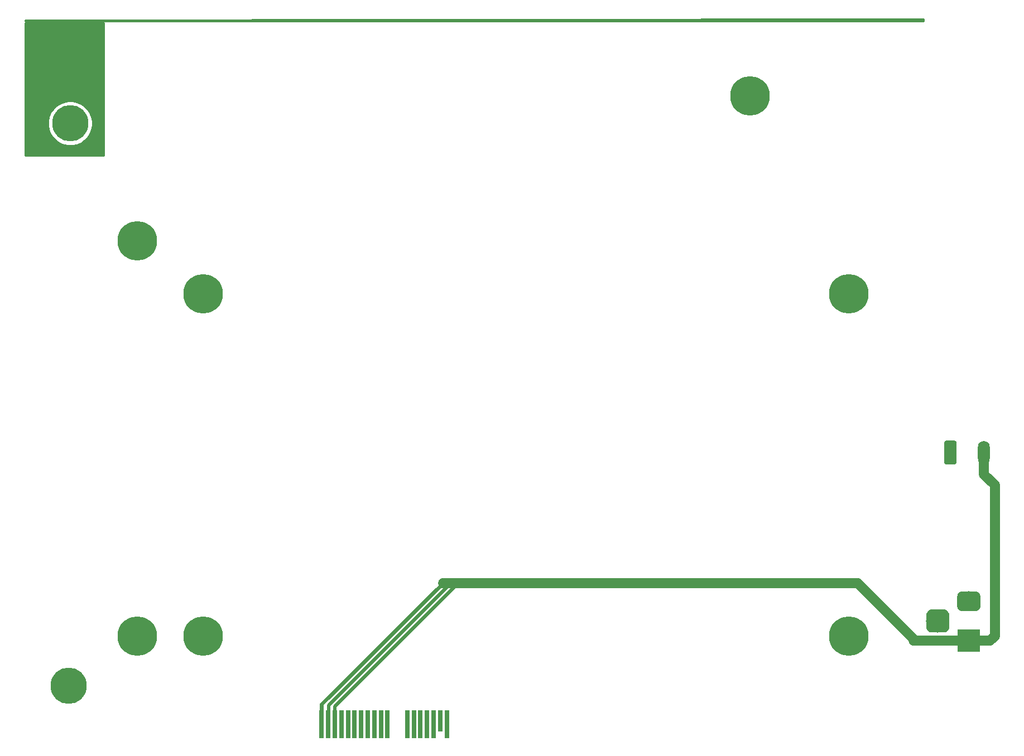
<source format=gbr>
G04 #@! TF.GenerationSoftware,KiCad,Pcbnew,(5.1.2)-2*
G04 #@! TF.CreationDate,2019-10-19T13:37:04+08:00*
G04 #@! TF.ProjectId,BrainPower,42726169-6e50-46f7-9765-722e6b696361,rev?*
G04 #@! TF.SameCoordinates,Original*
G04 #@! TF.FileFunction,Copper,L1,Top*
G04 #@! TF.FilePolarity,Positive*
%FSLAX46Y46*%
G04 Gerber Fmt 4.6, Leading zero omitted, Abs format (unit mm)*
G04 Created by KiCad (PCBNEW (5.1.2)-2) date 2019-10-19 13:37:04*
%MOMM*%
%LPD*%
G04 APERTURE LIST*
%ADD10C,6.000000*%
%ADD11O,1.800000X3.600000*%
%ADD12C,0.100000*%
%ADD13C,1.800000*%
%ADD14C,3.500000*%
%ADD15C,3.000000*%
%ADD16R,3.500000X3.500000*%
%ADD17C,5.500000*%
%ADD18R,0.700000X4.200000*%
%ADD19R,0.700000X3.200000*%
%ADD20C,0.254000*%
%ADD21C,1.500000*%
%ADD22C,0.600000*%
%ADD23C,0.500000*%
G04 APERTURE END LIST*
D10*
X199000000Y-139000000D03*
X101000000Y-139000000D03*
X199000000Y-87000000D03*
X101000000Y-87000000D03*
X184000000Y-57000000D03*
X91000000Y-79000000D03*
X199000000Y-139000000D03*
X91000000Y-139000000D03*
D11*
X219456000Y-111125000D03*
D12*
G36*
X215050504Y-109326204D02*
G01*
X215074773Y-109329804D01*
X215098571Y-109335765D01*
X215121671Y-109344030D01*
X215143849Y-109354520D01*
X215164893Y-109367133D01*
X215184598Y-109381747D01*
X215202777Y-109398223D01*
X215219253Y-109416402D01*
X215233867Y-109436107D01*
X215246480Y-109457151D01*
X215256970Y-109479329D01*
X215265235Y-109502429D01*
X215271196Y-109526227D01*
X215274796Y-109550496D01*
X215276000Y-109575000D01*
X215276000Y-112675000D01*
X215274796Y-112699504D01*
X215271196Y-112723773D01*
X215265235Y-112747571D01*
X215256970Y-112770671D01*
X215246480Y-112792849D01*
X215233867Y-112813893D01*
X215219253Y-112833598D01*
X215202777Y-112851777D01*
X215184598Y-112868253D01*
X215164893Y-112882867D01*
X215143849Y-112895480D01*
X215121671Y-112905970D01*
X215098571Y-112914235D01*
X215074773Y-112920196D01*
X215050504Y-112923796D01*
X215026000Y-112925000D01*
X213726000Y-112925000D01*
X213701496Y-112923796D01*
X213677227Y-112920196D01*
X213653429Y-112914235D01*
X213630329Y-112905970D01*
X213608151Y-112895480D01*
X213587107Y-112882867D01*
X213567402Y-112868253D01*
X213549223Y-112851777D01*
X213532747Y-112833598D01*
X213518133Y-112813893D01*
X213505520Y-112792849D01*
X213495030Y-112770671D01*
X213486765Y-112747571D01*
X213480804Y-112723773D01*
X213477204Y-112699504D01*
X213476000Y-112675000D01*
X213476000Y-109575000D01*
X213477204Y-109550496D01*
X213480804Y-109526227D01*
X213486765Y-109502429D01*
X213495030Y-109479329D01*
X213505520Y-109457151D01*
X213518133Y-109436107D01*
X213532747Y-109416402D01*
X213549223Y-109398223D01*
X213567402Y-109381747D01*
X213587107Y-109367133D01*
X213608151Y-109354520D01*
X213630329Y-109344030D01*
X213653429Y-109335765D01*
X213677227Y-109329804D01*
X213701496Y-109326204D01*
X213726000Y-109325000D01*
X215026000Y-109325000D01*
X215050504Y-109326204D01*
X215050504Y-109326204D01*
G37*
D13*
X214376000Y-111125000D03*
D12*
G36*
X213430765Y-134954213D02*
G01*
X213515704Y-134966813D01*
X213598999Y-134987677D01*
X213679848Y-135016605D01*
X213757472Y-135053319D01*
X213831124Y-135097464D01*
X213900094Y-135148616D01*
X213963718Y-135206282D01*
X214021384Y-135269906D01*
X214072536Y-135338876D01*
X214116681Y-135412528D01*
X214153395Y-135490152D01*
X214182323Y-135571001D01*
X214203187Y-135654296D01*
X214215787Y-135739235D01*
X214220000Y-135825000D01*
X214220000Y-137575000D01*
X214215787Y-137660765D01*
X214203187Y-137745704D01*
X214182323Y-137828999D01*
X214153395Y-137909848D01*
X214116681Y-137987472D01*
X214072536Y-138061124D01*
X214021384Y-138130094D01*
X213963718Y-138193718D01*
X213900094Y-138251384D01*
X213831124Y-138302536D01*
X213757472Y-138346681D01*
X213679848Y-138383395D01*
X213598999Y-138412323D01*
X213515704Y-138433187D01*
X213430765Y-138445787D01*
X213345000Y-138450000D01*
X211595000Y-138450000D01*
X211509235Y-138445787D01*
X211424296Y-138433187D01*
X211341001Y-138412323D01*
X211260152Y-138383395D01*
X211182528Y-138346681D01*
X211108876Y-138302536D01*
X211039906Y-138251384D01*
X210976282Y-138193718D01*
X210918616Y-138130094D01*
X210867464Y-138061124D01*
X210823319Y-137987472D01*
X210786605Y-137909848D01*
X210757677Y-137828999D01*
X210736813Y-137745704D01*
X210724213Y-137660765D01*
X210720000Y-137575000D01*
X210720000Y-135825000D01*
X210724213Y-135739235D01*
X210736813Y-135654296D01*
X210757677Y-135571001D01*
X210786605Y-135490152D01*
X210823319Y-135412528D01*
X210867464Y-135338876D01*
X210918616Y-135269906D01*
X210976282Y-135206282D01*
X211039906Y-135148616D01*
X211108876Y-135097464D01*
X211182528Y-135053319D01*
X211260152Y-135016605D01*
X211341001Y-134987677D01*
X211424296Y-134966813D01*
X211509235Y-134954213D01*
X211595000Y-134950000D01*
X213345000Y-134950000D01*
X213430765Y-134954213D01*
X213430765Y-134954213D01*
G37*
D14*
X212470000Y-136700000D03*
D12*
G36*
X218243513Y-132203611D02*
G01*
X218316318Y-132214411D01*
X218387714Y-132232295D01*
X218457013Y-132257090D01*
X218523548Y-132288559D01*
X218586678Y-132326398D01*
X218645795Y-132370242D01*
X218700330Y-132419670D01*
X218749758Y-132474205D01*
X218793602Y-132533322D01*
X218831441Y-132596452D01*
X218862910Y-132662987D01*
X218887705Y-132732286D01*
X218905589Y-132803682D01*
X218916389Y-132876487D01*
X218920000Y-132950000D01*
X218920000Y-134450000D01*
X218916389Y-134523513D01*
X218905589Y-134596318D01*
X218887705Y-134667714D01*
X218862910Y-134737013D01*
X218831441Y-134803548D01*
X218793602Y-134866678D01*
X218749758Y-134925795D01*
X218700330Y-134980330D01*
X218645795Y-135029758D01*
X218586678Y-135073602D01*
X218523548Y-135111441D01*
X218457013Y-135142910D01*
X218387714Y-135167705D01*
X218316318Y-135185589D01*
X218243513Y-135196389D01*
X218170000Y-135200000D01*
X216170000Y-135200000D01*
X216096487Y-135196389D01*
X216023682Y-135185589D01*
X215952286Y-135167705D01*
X215882987Y-135142910D01*
X215816452Y-135111441D01*
X215753322Y-135073602D01*
X215694205Y-135029758D01*
X215639670Y-134980330D01*
X215590242Y-134925795D01*
X215546398Y-134866678D01*
X215508559Y-134803548D01*
X215477090Y-134737013D01*
X215452295Y-134667714D01*
X215434411Y-134596318D01*
X215423611Y-134523513D01*
X215420000Y-134450000D01*
X215420000Y-132950000D01*
X215423611Y-132876487D01*
X215434411Y-132803682D01*
X215452295Y-132732286D01*
X215477090Y-132662987D01*
X215508559Y-132596452D01*
X215546398Y-132533322D01*
X215590242Y-132474205D01*
X215639670Y-132419670D01*
X215694205Y-132370242D01*
X215753322Y-132326398D01*
X215816452Y-132288559D01*
X215882987Y-132257090D01*
X215952286Y-132232295D01*
X216023682Y-132214411D01*
X216096487Y-132203611D01*
X216170000Y-132200000D01*
X218170000Y-132200000D01*
X218243513Y-132203611D01*
X218243513Y-132203611D01*
G37*
D15*
X217170000Y-133700000D03*
D16*
X217170000Y-139700000D03*
D17*
X80822800Y-61137800D03*
X80568800Y-146507200D03*
D18*
X131980000Y-152379600D03*
X134980000Y-152379600D03*
X135980000Y-152379600D03*
X133980000Y-152379600D03*
X137980000Y-152379600D03*
X132980000Y-152379600D03*
X128980000Y-152379600D03*
D19*
X136980000Y-151879600D03*
D18*
X127980000Y-152379600D03*
X124980000Y-152379600D03*
X122980000Y-152379600D03*
X121980000Y-152379600D03*
X125980000Y-152379600D03*
X120980000Y-152379600D03*
X123980000Y-152379600D03*
X126980000Y-152379600D03*
X119980000Y-152379600D03*
X118980000Y-152379600D03*
D20*
X118980000Y-150629600D02*
X118980000Y-152379600D01*
D21*
X219456000Y-114425000D02*
X221107000Y-116076000D01*
X219456000Y-111125000D02*
X219456000Y-114425000D01*
X220420000Y-139700000D02*
X217170000Y-139700000D01*
X221107000Y-139013000D02*
X220420000Y-139700000D01*
X221107000Y-116076000D02*
X221107000Y-139013000D01*
X217170000Y-139700000D02*
X211062678Y-139700000D01*
X211062678Y-139700000D02*
X209042000Y-139700000D01*
X209042000Y-139700000D02*
X208788000Y-139700000D01*
X209042000Y-139700000D02*
X200279000Y-130937000D01*
D22*
X118980000Y-149371000D02*
X137414000Y-130937000D01*
X118980000Y-152379600D02*
X118980000Y-149371000D01*
D23*
X120015000Y-149479000D02*
X138557000Y-130937000D01*
X120015000Y-150594600D02*
X120015000Y-149479000D01*
X119980000Y-150629600D02*
X120015000Y-150594600D01*
X119980000Y-152379600D02*
X119980000Y-150629600D01*
D21*
X138557000Y-130937000D02*
X137414000Y-130937000D01*
D23*
X120980000Y-149657000D02*
X139700000Y-130937000D01*
X120980000Y-152379600D02*
X120980000Y-149657000D01*
D21*
X200279000Y-130937000D02*
X139700000Y-130937000D01*
X139700000Y-130937000D02*
X138557000Y-130937000D01*
D20*
G36*
X210353000Y-45602600D02*
G01*
X74015000Y-45602600D01*
X74015000Y-45413879D01*
X210353000Y-45270561D01*
X210353000Y-45602600D01*
X210353000Y-45602600D01*
G37*
X210353000Y-45602600D02*
X74015000Y-45602600D01*
X74015000Y-45413879D01*
X210353000Y-45270561D01*
X210353000Y-45602600D01*
G36*
X85903000Y-66052600D02*
G01*
X74015000Y-66052600D01*
X74015000Y-60804407D01*
X77437800Y-60804407D01*
X77437800Y-61471193D01*
X77567883Y-62125168D01*
X77823052Y-62741199D01*
X78193498Y-63295612D01*
X78664988Y-63767102D01*
X79219401Y-64137548D01*
X79835432Y-64392717D01*
X80489407Y-64522800D01*
X81156193Y-64522800D01*
X81810168Y-64392717D01*
X82426199Y-64137548D01*
X82980612Y-63767102D01*
X83452102Y-63295612D01*
X83822548Y-62741199D01*
X84077717Y-62125168D01*
X84207800Y-61471193D01*
X84207800Y-60804407D01*
X84077717Y-60150432D01*
X83822548Y-59534401D01*
X83452102Y-58979988D01*
X82980612Y-58508498D01*
X82426199Y-58138052D01*
X81810168Y-57882883D01*
X81156193Y-57752800D01*
X80489407Y-57752800D01*
X79835432Y-57882883D01*
X79219401Y-58138052D01*
X78664988Y-58508498D01*
X78193498Y-58979988D01*
X77823052Y-59534401D01*
X77567883Y-60150432D01*
X77437800Y-60804407D01*
X74015000Y-60804407D01*
X74015000Y-45856600D01*
X85903000Y-45856600D01*
X85903000Y-66052600D01*
X85903000Y-66052600D01*
G37*
X85903000Y-66052600D02*
X74015000Y-66052600D01*
X74015000Y-60804407D01*
X77437800Y-60804407D01*
X77437800Y-61471193D01*
X77567883Y-62125168D01*
X77823052Y-62741199D01*
X78193498Y-63295612D01*
X78664988Y-63767102D01*
X79219401Y-64137548D01*
X79835432Y-64392717D01*
X80489407Y-64522800D01*
X81156193Y-64522800D01*
X81810168Y-64392717D01*
X82426199Y-64137548D01*
X82980612Y-63767102D01*
X83452102Y-63295612D01*
X83822548Y-62741199D01*
X84077717Y-62125168D01*
X84207800Y-61471193D01*
X84207800Y-60804407D01*
X84077717Y-60150432D01*
X83822548Y-59534401D01*
X83452102Y-58979988D01*
X82980612Y-58508498D01*
X82426199Y-58138052D01*
X81810168Y-57882883D01*
X81156193Y-57752800D01*
X80489407Y-57752800D01*
X79835432Y-57882883D01*
X79219401Y-58138052D01*
X78664988Y-58508498D01*
X78193498Y-58979988D01*
X77823052Y-59534401D01*
X77567883Y-60150432D01*
X77437800Y-60804407D01*
X74015000Y-60804407D01*
X74015000Y-45856600D01*
X85903000Y-45856600D01*
X85903000Y-66052600D01*
M02*

</source>
